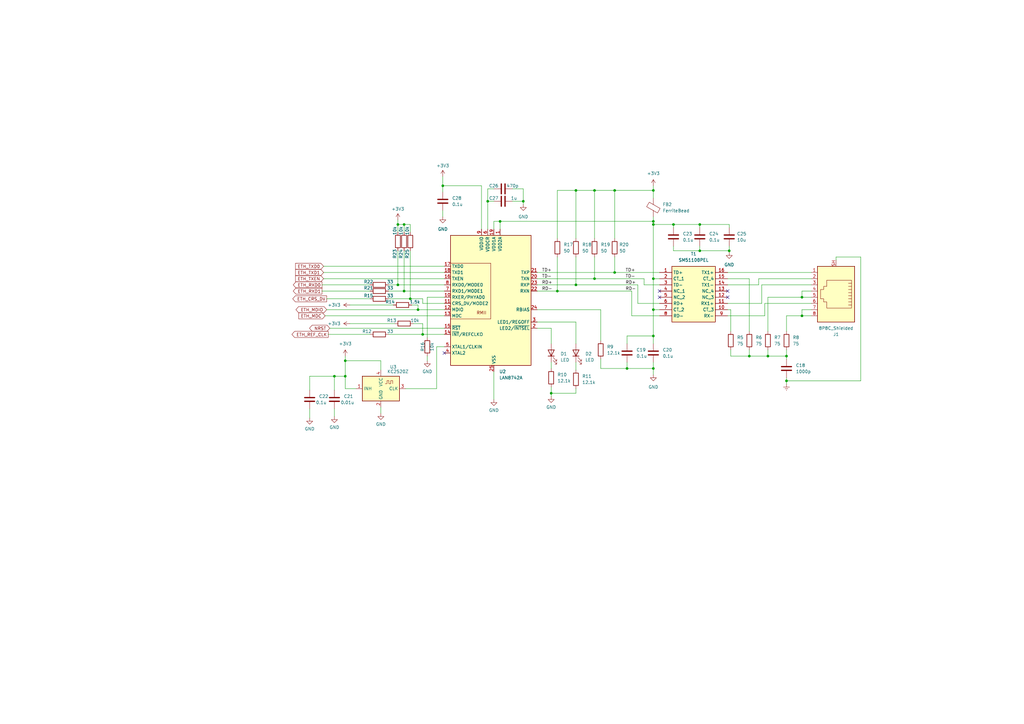
<source format=kicad_sch>
(kicad_sch (version 20231120) (generator "eeschema") (generator_version "8.0")
  (paper "A3")
  (lib_symbols
    (symbol "Connector:8P8C_Shielded" (pin_names (offset 1.016))
      (property "Reference" "J" (at -5.08 13.97 0))
      (property "Value" "8P8C_Shielded" (at 2.54 13.97 0))
      (symbol "8P8C_Shielded_0_1"
        (polyline (pts (xy -5.08 4.445) (xy -6.35 4.445)))
        (polyline (pts (xy -5.08 5.715) (xy -6.35 5.715)))
        (polyline (pts (xy -6.35 -3.175) (xy -5.08 -3.175) (xy -5.08 -3.175)))
        (polyline (pts (xy -6.35 -1.905) (xy -5.08 -1.905) (xy -5.08 -1.905)))
        (polyline (pts (xy -6.35 -0.635) (xy -5.08 -0.635) (xy -5.08 -0.635)))
        (polyline (pts (xy -6.35 0.635) (xy -5.08 0.635) (xy -5.08 0.635)))
        (polyline (pts (xy -6.35 1.905) (xy -5.08 1.905) (xy -5.08 1.905)))
        (polyline (pts (xy -5.08 3.175) (xy -6.35 3.175) (xy -6.35 3.175)))
        (polyline (pts (xy -6.35 -4.445) (xy -6.35 6.985) (xy 3.81 6.985) (xy 3.81 4.445) (xy 5.08 4.445) (xy 5.08 3.175) (xy 6.35 3.175) (xy 6.35 -0.635) (xy 5.08 -0.635) (xy 5.08 -1.905) (xy 3.81 -1.905) (xy 3.81 -4.445) (xy -6.35 -4.445) (xy -6.35 -4.445)))
        (rectangle (start 7.62 12.7) (end -7.62 -10.16) (stroke (width 0.254)) (fill (type background)))
      )
      (symbol "8P8C_Shielded_1_1"
        (pin passive line (at 10.16 -7.62 180) (length 2.54) (name "~") (number "1"))
        (pin passive line (at 10.16 -5.08 180) (length 2.54) (name "~") (number "2"))
        (pin passive line (at 10.16 -2.54 180) (length 2.54) (name "~") (number "3"))
        (pin passive line (at 10.16 0 180) (length 2.54) (name "~") (number "4"))
        (pin passive line (at 10.16 2.54 180) (length 2.54) (name "~") (number "5"))
        (pin passive line (at 10.16 5.08 180) (length 2.54) (name "~") (number "6"))
        (pin passive line (at 10.16 7.62 180) (length 2.54) (name "~") (number "7"))
        (pin passive line (at 10.16 10.16 180) (length 2.54) (name "~") (number "8"))
        (pin passive line (at 0 -12.7 90) (length 2.54) (name "~") (number "SH"))
      )
    )
    (symbol "Device:C" (pin_numbers hide) (pin_names (offset 0.254))
      (property "Reference" "C" (at 0.635 2.54 0))
      (property "Value" "C" (at 0.635 -2.54 0))
      (symbol "C_0_1"
        (polyline (pts (xy -2.032 -0.762) (xy 2.032 -0.762)) (stroke (width 0.508)))
        (polyline (pts (xy -2.032 0.762) (xy 2.032 0.762)) (stroke (width 0.508)))
      )
      (symbol "C_1_1"
        (pin passive line (at 0 3.81 270) (length 2.794) (name "~") (number "1"))
        (pin passive line (at 0 -3.81 90) (length 2.794) (name "~") (number "2"))
      )
    )
    (symbol "Device:FerriteBead" (pin_numbers hide) (pin_names (offset 0))
      (property "Reference" "FB" (at -3.81 0.635 90))
      (property "Value" "FerriteBead" (at 3.81 0 90))
      (symbol "FerriteBead_0_1"
        (polyline (pts (xy 0 -1.27) (xy 0 -1.2192)))
        (polyline (pts (xy 0 1.27) (xy 0 1.2954)))
        (polyline (pts (xy -2.7686 0.4064) (xy -1.7018 2.2606) (xy 2.7686 -0.3048) (xy 1.6764 -2.159) (xy -2.7686 0.4064)))
      )
      (symbol "FerriteBead_1_1"
        (pin passive line (at 0 3.81 270) (length 2.54) (name "~") (number "1"))
        (pin passive line (at 0 -3.81 90) (length 2.54) (name "~") (number "2"))
      )
    )
    (symbol "Device:LED" (pin_numbers hide) (pin_names (offset 1.016) hide)
      (property "Reference" "D" (at 0 2.54 0))
      (property "Value" "LED" (at 0 -2.54 0))
      (symbol "LED_0_1"
        (polyline (pts (xy -1.27 -1.27) (xy -1.27 1.27)) (stroke (width 0.254)))
        (polyline (pts (xy -1.27 0) (xy 1.27 0)))
        (polyline (pts (xy 1.27 -1.27) (xy 1.27 1.27) (xy -1.27 0) (xy 1.27 -1.27)) (stroke (width 0.254)))
        (polyline (pts (xy -3.048 -0.762) (xy -4.572 -2.286) (xy -3.81 -2.286) (xy -4.572 -2.286) (xy -4.572 -1.524)))
        (polyline (pts (xy -1.778 -0.762) (xy -3.302 -2.286) (xy -2.54 -2.286) (xy -3.302 -2.286) (xy -3.302 -1.524)))
      )
      (symbol "LED_1_1"
        (pin passive line (at -3.81 0 0) (length 2.54) (name "K") (number "1"))
        (pin passive line (at 3.81 0 180) (length 2.54) (name "A") (number "2"))
      )
    )
    (symbol "Device:R" (pin_numbers hide) (pin_names (offset 0))
      (property "Reference" "R" (at 2.032 0 90))
      (property "Value" "R" (at 0 0 90))
      (symbol "R_0_1"
        (rectangle (start -1.016 -2.54) (end 1.016 2.54) (stroke (width 0.254)))
      )
      (symbol "R_1_1"
        (pin passive line (at 0 3.81 270) (length 1.27) (name "~") (number "1"))
        (pin passive line (at 0 -3.81 90) (length 1.27) (name "~") (number "2"))
      )
    )
    (symbol "Interface_Ethernet:LAN8742A"
      (property "Reference" "U" (at -13.97 29.21 0))
      (property "Value" "LAN8742A" (at 15.24 29.21 0))
      (symbol "LAN8742A_0_0"
        (text "RMII" (at -5.08 -3.81 0) (effects (font (size 1.27 1.27))))
      )
      (symbol "LAN8742A_0_1"
        (rectangle (start -17.78 27.94) (end 15.24 -25.4) (stroke (width 0.254)) (fill (type background)))
        (polyline (pts (xy -17.78 -6.35) (xy -1.27 -6.35) (xy -1.27 16.51) (xy -17.78 16.51)))
      )
      (symbol "LAN8742A_1_1"
        (pin power_in line (at 2.54 30.48 270) (length 2.54) (name "VDD2A") (number "1"))
        (pin output line (at -20.32 2.54 0) (length 2.54) (name "RXER/PHYAD0") (number "10"))
        (pin bidirectional line (at -20.32 0 0) (length 2.54) (name "CRS_DV/MODE2") (number "11"))
        (pin bidirectional line (at -20.32 -2.54 0) (length 2.54) (name "MDIO") (number "12"))
        (pin input line (at -20.32 -5.08 0) (length 2.54) (name "MDC") (number "13"))
        (pin output line (at -20.32 -12.7 0) (length 2.54) (name "~{INT}/REFCLKO") (number "14"))
        (pin input line (at -20.32 -10.16 0) (length 2.54) (name "~{RST}") (number "15"))
        (pin input line (at -20.32 10.16 0) (length 2.54) (name "TXEN") (number "16"))
        (pin input line (at -20.32 15.24 0) (length 2.54) (name "TXD0") (number "17"))
        (pin input line (at -20.32 12.7 0) (length 2.54) (name "TXD1") (number "18"))
        (pin power_in line (at 0 30.48 270) (length 2.54) (name "VDD1A") (number "19"))
        (pin bidirectional line (at 17.78 -10.16 180) (length 2.54) (name "LED2/~{INTSEL}") (number "2"))
        (pin passive line (at 17.78 10.16 180) (length 2.54) (name "TXN") (number "20"))
        (pin passive line (at 17.78 12.7 180) (length 2.54) (name "TXP") (number "21"))
        (pin passive line (at 17.78 5.08 180) (length 2.54) (name "RXN") (number "22"))
        (pin passive line (at 17.78 7.62 180) (length 2.54) (name "RXP") (number "23"))
        (pin passive line (at 17.78 -2.54 180) (length 2.54) (name "RBIAS") (number "24"))
        (pin power_in line (at 0 -27.94 90) (length 2.54) (name "VSS") (number "25"))
        (pin bidirectional line (at 17.78 -7.62 180) (length 2.54) (name "LED1/REGOFF") (number "3"))
        (pin output line (at -20.32 -20.32 0) (length 2.54) (name "XTAL2") (number "4"))
        (pin input line (at -20.32 -17.78 0) (length 2.54) (name "XTAL1/CLKIN") (number "5"))
        (pin power_in line (at -2.54 30.48 270) (length 2.54) (name "VDDCR") (number "6"))
        (pin bidirectional line (at -20.32 5.08 0) (length 2.54) (name "RXD1/MODE1") (number "7"))
        (pin bidirectional line (at -20.32 7.62 0) (length 2.54) (name "RXD0/MODE0") (number "8"))
        (pin power_in line (at -5.08 30.48 270) (length 2.54) (name "VDDIO") (number "9"))
      )
    )
    (symbol "Mouser:SM51108PEL"
      (property "Reference" "T" (at 24.13 7.62 0))
      (property "Value" "SM51108PEL" (at 24.13 5.08 0))
      (symbol "SM51108PEL_1_1"
        (rectangle (start 5.08 2.54) (end 22.86 -20.32) (stroke (width 0.254)) (fill (type background)))
        (pin passive line (at 0 0 0) (length 5.08) (name "TD+") (number "1"))
        (pin passive line (at 27.94 -15.24 180) (length 5.08) (name "CT_3") (number "10"))
        (pin passive line (at 27.94 -12.7 180) (length 5.08) (name "RX1+") (number "11"))
        (pin passive line (at 27.94 -10.16 180) (length 5.08) (name "NC_3") (number "12"))
        (pin passive line (at 27.94 -7.62 180) (length 5.08) (name "NC_4") (number "13"))
        (pin passive line (at 27.94 -5.08 180) (length 5.08) (name "TX1-") (number "14"))
        (pin passive line (at 27.94 -2.54 180) (length 5.08) (name "CT_4") (number "15"))
        (pin passive line (at 27.94 0 180) (length 5.08) (name "TX1+") (number "16"))
        (pin passive line (at 0 -2.54 0) (length 5.08) (name "CT_1") (number "2"))
        (pin passive line (at 0 -5.08 0) (length 5.08) (name "TD-") (number "3"))
        (pin passive line (at 0 -7.62 0) (length 5.08) (name "NC_1") (number "4"))
        (pin passive line (at 0 -10.16 0) (length 5.08) (name "NC_2") (number "5"))
        (pin passive line (at 0 -12.7 0) (length 5.08) (name "RD+") (number "6"))
        (pin passive line (at 0 -15.24 0) (length 5.08) (name "CT_2") (number "7"))
        (pin passive line (at 0 -17.78 0) (length 5.08) (name "RD-") (number "8"))
        (pin passive line (at 27.94 -17.78 180) (length 5.08) (name "RX-") (number "9"))
      )
    )
    (symbol "Oscillator:KC2520Z"
      (property "Reference" "U" (at 2.54 12.7 0))
      (property "Value" "KC2520Z" (at 6.35 10.16 0))
      (symbol "KC2520Z_0_1"
        (rectangle (start -7.62 5.08) (end 7.62 -5.08) (stroke (width 0.254)) (fill (type background)))
      )
      (symbol "KC2520Z_1_1"
        (polyline (pts (xy 1.778 2.032) (xy 2.54 2.032) (xy 2.54 3.302) (xy 3.302 3.302) (xy 3.302 2.032) (xy 4.064 2.032) (xy 4.064 3.302) (xy 4.826 3.302) (xy 4.826 2.032)))
        (pin input line (at -10.16 0 0) (length 2.54) (name "INH") (number "1"))
        (pin power_in line (at 0 -7.62 90) (length 2.54) (name "GND") (number "2"))
        (pin output line (at 10.16 0 180) (length 2.54) (name "CLK") (number "3"))
        (pin power_in line (at 0 7.62 270) (length 2.54) (name "VCC") (number "4"))
      )
    )
    (symbol "power:+3V3" (power) (pin_names (offset 0))
      (property "Value" "+3V3" (at 0 3.556 0))
      (symbol "+3V3_0_1"
        (polyline (pts (xy -0.762 1.27) (xy 0 2.54)))
        (polyline (pts (xy 0 0) (xy 0 2.54)))
        (polyline (pts (xy 0 2.54) (xy 0.762 1.27)))
      )
      (symbol "+3V3_1_1"
        (pin power_in line (at 0 0 90) (length 0) hide (name "+3V3") (number "1"))
      )
    )
    (symbol "power:Earth" (power) (pin_names (offset 0))
      (symbol "Earth_0_1"
        (polyline (pts (xy -0.635 -1.905) (xy 0.635 -1.905)))
        (polyline (pts (xy -0.127 -2.54) (xy 0.127 -2.54)))
        (polyline (pts (xy 0 -1.27) (xy 0 0)))
        (polyline (pts (xy 1.27 -1.27) (xy -1.27 -1.27)))
      )
      (symbol "Earth_1_1"
        (pin power_in line (at 0 0 270) (length 0) hide (name "Earth") (number "1"))
      )
    )
    (symbol "power:GND" (power) (pin_names (offset 0))
      (property "Value" "GND" (at 0 -3.81 0))
      (symbol "GND_0_1"
        (polyline (pts (xy 0 0) (xy 0 -1.27) (xy 1.27 -1.27) (xy 0 -2.54) (xy -1.27 -1.27) (xy 0 -1.27)))
      )
      (symbol "GND_1_1"
        (pin power_in line (at 0 0 270) (length 0) hide (name "GND") (number "1"))
      )
    )
  )
  (junction (at 226.06 161.29))
  (junction (at 171.45 127))
  (junction (at 168.275 122.555))
  (junction (at 267.97 92.075))
  (junction (at 267.97 151.13))
  (junction (at 141.605 154.305))
  (junction (at 307.34 146.05))
  (junction (at 173.355 137.16))
  (junction (at 287.02 102.87))
  (junction (at 267.97 90.805))
  (junction (at 276.225 92.075))
  (junction (at 328.93 121.92))
  (junction (at 299.085 102.87))
  (junction (at 328.93 129.54))
  (junction (at 267.97 114.3))
  (junction (at 322.58 156.21))
  (junction (at 141.605 147.955))
  (junction (at 252.095 78.105))
  (junction (at 165.735 119.38))
  (junction (at 181.61 76.2))
  (junction (at 267.97 127))
  (junction (at 252.095 111.76))
  (junction (at 314.96 146.05))
  (junction (at 200.025 82.55))
  (junction (at 287.02 92.075))
  (junction (at 236.22 116.84))
  (junction (at 243.84 114.3))
  (junction (at 163.195 116.84))
  (junction (at 257.175 151.13))
  (junction (at 214.63 82.55))
  (junction (at 205.105 90.805))
  (junction (at 236.22 78.105))
  (junction (at 243.84 78.105))
  (junction (at 165.735 92.075))
  (junction (at 163.195 92.075))
  (junction (at 267.97 137.795))
  (junction (at 267.97 78.105))
  (junction (at 228.6 119.38))
  (junction (at 137.16 154.305))
  (junction (at 322.58 146.05))
  (no_connect (at 182.245 144.78))
  (no_connect (at 298.45 119.38))
  (no_connect (at 298.45 121.92))
  (no_connect (at 270.51 119.38))
  (no_connect (at 270.51 121.92))
  (wire (pts (xy 132.08 119.38) (xy 151.765 119.38)))
  (wire (pts (xy 299.085 92.075) (xy 287.02 92.075)))
  (wire (pts (xy 257.175 137.795) (xy 267.97 137.795)))
  (wire (pts (xy 165.735 92.075) (xy 163.195 92.075)))
  (wire (pts (xy 163.195 102.87) (xy 163.195 116.84)))
  (wire (pts (xy 276.225 92.075) (xy 267.97 92.075)))
  (wire (pts (xy 299.085 102.87) (xy 287.02 102.87)))
  (wire (pts (xy 220.345 134.62) (xy 226.06 134.62)))
  (wire (pts (xy 267.97 151.13) (xy 267.97 153.67)))
  (wire (pts (xy 171.45 127) (xy 182.245 127)))
  (wire (pts (xy 171.45 125.095) (xy 168.91 125.095)))
  (wire (pts (xy 299.085 100.965) (xy 299.085 102.87)))
  (wire (pts (xy 226.06 148.59) (xy 226.06 151.13)))
  (wire (pts (xy 267.97 137.795) (xy 267.97 140.97)))
  (wire (pts (xy 163.195 90.17) (xy 163.195 92.075)))
  (wire (pts (xy 171.45 125.095) (xy 171.45 127)))
  (wire (pts (xy 332.74 119.38) (xy 328.93 119.38)))
  (wire (pts (xy 261.62 124.46) (xy 261.62 116.84)))
  (wire (pts (xy 168.275 95.25) (xy 168.275 92.075)))
  (wire (pts (xy 134.62 137.16) (xy 151.765 137.16)))
  (wire (pts (xy 270.51 124.46) (xy 261.62 124.46)))
  (wire (pts (xy 202.565 90.805) (xy 205.105 90.805)))
  (wire (pts (xy 298.45 114.3) (xy 307.34 114.3)))
  (wire (pts (xy 141.605 159.385) (xy 141.605 154.305)))
  (wire (pts (xy 267.97 76.2) (xy 267.97 78.105)))
  (wire (pts (xy 270.51 129.54) (xy 259.08 129.54)))
  (wire (pts (xy 220.345 127) (xy 246.38 127)))
  (wire (pts (xy 342.9 106.68) (xy 342.9 105.41)))
  (wire (pts (xy 127 154.305) (xy 137.16 154.305)))
  (wire (pts (xy 156.21 147.955) (xy 156.21 151.765)))
  (wire (pts (xy 173.355 137.16) (xy 182.245 137.16)))
  (wire (pts (xy 236.22 97.79) (xy 236.22 78.105)))
  (wire (pts (xy 311.15 114.3) (xy 332.74 114.3)))
  (wire (pts (xy 276.225 92.075) (xy 276.225 93.345)))
  (wire (pts (xy 236.22 132.08) (xy 236.22 140.97)))
  (wire (pts (xy 135.255 134.62) (xy 182.245 134.62)))
  (wire (pts (xy 159.385 119.38) (xy 165.735 119.38)))
  (wire (pts (xy 322.58 129.54) (xy 322.58 135.89)))
  (wire (pts (xy 313.69 124.46) (xy 332.74 124.46)))
  (wire (pts (xy 267.97 78.105) (xy 267.97 81.28)))
  (wire (pts (xy 179.07 159.385) (xy 179.07 142.24)))
  (wire (pts (xy 307.34 143.51) (xy 307.34 146.05)))
  (wire (pts (xy 322.58 143.51) (xy 322.58 146.05)))
  (wire (pts (xy 353.06 105.41) (xy 353.06 156.21)))
  (wire (pts (xy 328.93 127) (xy 328.93 129.54)))
  (wire (pts (xy 267.97 127) (xy 270.51 127)))
  (wire (pts (xy 267.97 88.9) (xy 267.97 90.805)))
  (wire (pts (xy 165.735 119.38) (xy 182.245 119.38)))
  (wire (pts (xy 133.35 129.54) (xy 182.245 129.54)))
  (wire (pts (xy 299.72 143.51) (xy 299.72 146.05)))
  (wire (pts (xy 267.97 114.3) (xy 267.97 127)))
  (wire (pts (xy 267.97 92.075) (xy 267.97 114.3)))
  (wire (pts (xy 137.16 154.305) (xy 141.605 154.305)))
  (wire (pts (xy 175.26 121.92) (xy 182.245 121.92)))
  (wire (pts (xy 226.06 134.62) (xy 226.06 140.97)))
  (wire (pts (xy 287.02 92.075) (xy 287.02 93.345)))
  (wire (pts (xy 287.02 92.075) (xy 276.225 92.075)))
  (wire (pts (xy 287.02 102.87) (xy 287.02 100.965)))
  (wire (pts (xy 168.275 122.555) (xy 173.355 122.555)))
  (wire (pts (xy 298.45 127) (xy 299.72 127)))
  (wire (pts (xy 328.93 129.54) (xy 322.58 129.54)))
  (wire (pts (xy 259.08 119.38) (xy 228.6 119.38)))
  (wire (pts (xy 257.175 151.13) (xy 267.97 151.13)))
  (wire (pts (xy 314.96 146.05) (xy 322.58 146.05)))
  (wire (pts (xy 226.06 161.29) (xy 226.06 162.56)))
  (wire (pts (xy 353.06 156.21) (xy 322.58 156.21)))
  (wire (pts (xy 141.605 154.305) (xy 141.605 147.955)))
  (wire (pts (xy 299.085 93.345) (xy 299.085 92.075)))
  (wire (pts (xy 299.72 127) (xy 299.72 135.89)))
  (wire (pts (xy 243.84 114.3) (xy 264.16 114.3)))
  (wire (pts (xy 214.63 82.55) (xy 214.63 83.82)))
  (wire (pts (xy 169.545 132.715) (xy 173.355 132.715)))
  (wire (pts (xy 143.51 132.715) (xy 161.925 132.715)))
  (wire (pts (xy 175.26 146.05) (xy 175.26 147.955)))
  (wire (pts (xy 314.96 135.89) (xy 314.96 121.92)))
  (wire (pts (xy 202.565 93.98) (xy 202.565 90.805)))
  (wire (pts (xy 175.26 138.43) (xy 175.26 121.92)))
  (wire (pts (xy 210.185 82.55) (xy 214.63 82.55)))
  (wire (pts (xy 228.6 78.105) (xy 236.22 78.105)))
  (wire (pts (xy 197.485 76.2) (xy 197.485 93.98)))
  (wire (pts (xy 163.195 92.075) (xy 163.195 95.25)))
  (wire (pts (xy 257.175 148.59) (xy 257.175 151.13)))
  (wire (pts (xy 252.095 105.41) (xy 252.095 111.76)))
  (wire (pts (xy 298.45 116.84) (xy 311.15 116.84)))
  (wire (pts (xy 200.025 82.55) (xy 200.025 77.47)))
  (wire (pts (xy 252.095 97.79) (xy 252.095 78.105)))
  (wire (pts (xy 243.84 105.41) (xy 243.84 114.3)))
  (wire (pts (xy 243.84 97.79) (xy 243.84 78.105)))
  (wire (pts (xy 133.985 127) (xy 171.45 127)))
  (wire (pts (xy 181.61 72.39) (xy 181.61 76.2)))
  (wire (pts (xy 312.42 116.84) (xy 332.74 116.84)))
  (wire (pts (xy 322.58 146.05) (xy 322.58 147.32)))
  (wire (pts (xy 173.355 122.555) (xy 173.355 124.46)))
  (wire (pts (xy 267.97 127) (xy 267.97 137.795)))
  (wire (pts (xy 252.095 78.105) (xy 267.97 78.105)))
  (wire (pts (xy 313.69 129.54) (xy 313.69 124.46)))
  (wire (pts (xy 236.22 116.84) (xy 220.345 116.84)))
  (wire (pts (xy 127 160.02) (xy 127 154.305)))
  (wire (pts (xy 270.51 116.84) (xy 264.16 116.84)))
  (wire (pts (xy 205.105 90.805) (xy 267.97 90.805)))
  (wire (pts (xy 228.6 119.38) (xy 220.345 119.38)))
  (wire (pts (xy 299.72 146.05) (xy 307.34 146.05)))
  (wire (pts (xy 259.08 129.54) (xy 259.08 119.38)))
  (wire (pts (xy 261.62 116.84) (xy 236.22 116.84)))
  (wire (pts (xy 132.715 114.3) (xy 182.245 114.3)))
  (wire (pts (xy 133.985 122.555) (xy 151.765 122.555)))
  (wire (pts (xy 264.16 116.84) (xy 264.16 114.3)))
  (wire (pts (xy 132.715 111.76) (xy 182.245 111.76)))
  (wire (pts (xy 173.355 132.715) (xy 173.355 137.16)))
  (wire (pts (xy 314.96 121.92) (xy 328.93 121.92)))
  (wire (pts (xy 141.605 147.955) (xy 156.21 147.955)))
  (wire (pts (xy 220.345 132.08) (xy 236.22 132.08)))
  (wire (pts (xy 181.61 76.2) (xy 197.485 76.2)))
  (wire (pts (xy 220.345 114.3) (xy 243.84 114.3)))
  (wire (pts (xy 236.22 159.385) (xy 236.22 161.29)))
  (wire (pts (xy 168.275 92.075) (xy 165.735 92.075)))
  (wire (pts (xy 220.345 111.76) (xy 252.095 111.76)))
  (wire (pts (xy 314.96 143.51) (xy 314.96 146.05)))
  (wire (pts (xy 243.84 78.105) (xy 252.095 78.105)))
  (wire (pts (xy 299.085 102.87) (xy 299.085 103.505)))
  (wire (pts (xy 228.6 97.79) (xy 228.6 78.105)))
  (wire (pts (xy 236.22 78.105) (xy 243.84 78.105)))
  (wire (pts (xy 202.565 163.83) (xy 202.565 152.4)))
  (wire (pts (xy 137.16 167.64) (xy 137.16 170.815)))
  (wire (pts (xy 312.42 124.46) (xy 312.42 116.84)))
  (wire (pts (xy 298.45 124.46) (xy 312.42 124.46)))
  (wire (pts (xy 322.58 156.21) (xy 322.58 157.48)))
  (wire (pts (xy 236.22 105.41) (xy 236.22 116.84)))
  (wire (pts (xy 156.21 167.005) (xy 156.21 169.545)))
  (wire (pts (xy 307.34 114.3) (xy 307.34 135.89)))
  (wire (pts (xy 143.51 125.095) (xy 161.29 125.095)))
  (wire (pts (xy 276.225 100.965) (xy 276.225 102.87)))
  (wire (pts (xy 181.61 76.2) (xy 181.61 78.74)))
  (wire (pts (xy 132.715 109.22) (xy 182.245 109.22)))
  (wire (pts (xy 159.385 137.16) (xy 173.355 137.16)))
  (wire (pts (xy 165.735 92.075) (xy 165.735 95.25)))
  (wire (pts (xy 200.025 77.47) (xy 202.565 77.47)))
  (wire (pts (xy 332.74 129.54) (xy 328.93 129.54)))
  (wire (pts (xy 246.38 151.13) (xy 257.175 151.13)))
  (wire (pts (xy 322.58 154.94) (xy 322.58 156.21)))
  (wire (pts (xy 287.02 102.87) (xy 276.225 102.87)))
  (wire (pts (xy 236.22 161.29) (xy 226.06 161.29)))
  (wire (pts (xy 328.93 119.38) (xy 328.93 121.92)))
  (wire (pts (xy 173.355 124.46) (xy 182.245 124.46)))
  (wire (pts (xy 165.735 102.87) (xy 165.735 119.38)))
  (wire (pts (xy 311.15 116.84) (xy 311.15 114.3)))
  (wire (pts (xy 159.385 116.84) (xy 163.195 116.84)))
  (wire (pts (xy 127 167.64) (xy 127 171.45)))
  (wire (pts (xy 228.6 105.41) (xy 228.6 119.38)))
  (wire (pts (xy 214.63 77.47) (xy 214.63 82.55)))
  (wire (pts (xy 166.37 159.385) (xy 179.07 159.385)))
  (wire (pts (xy 332.74 127) (xy 328.93 127)))
  (wire (pts (xy 132.08 116.84) (xy 151.765 116.84)))
  (wire (pts (xy 200.025 82.55) (xy 202.565 82.55)))
  (wire (pts (xy 205.105 90.805) (xy 205.105 93.98)))
  (wire (pts (xy 146.05 159.385) (xy 141.605 159.385)))
  (wire (pts (xy 270.51 114.3) (xy 267.97 114.3)))
  (wire (pts (xy 200.025 82.55) (xy 200.025 93.98)))
  (wire (pts (xy 342.9 105.41) (xy 353.06 105.41)))
  (wire (pts (xy 246.38 127) (xy 246.38 139.7)))
  (wire (pts (xy 267.97 148.59) (xy 267.97 151.13)))
  (wire (pts (xy 159.385 122.555) (xy 168.275 122.555)))
  (wire (pts (xy 236.22 148.59) (xy 236.22 151.765)))
  (wire (pts (xy 246.38 147.32) (xy 246.38 151.13)))
  (wire (pts (xy 298.45 129.54) (xy 313.69 129.54)))
  (wire (pts (xy 181.61 88.9) (xy 181.61 86.36)))
  (wire (pts (xy 328.93 121.92) (xy 332.74 121.92)))
  (wire (pts (xy 252.095 111.76) (xy 270.51 111.76)))
  (wire (pts (xy 179.07 142.24) (xy 182.245 142.24)))
  (wire (pts (xy 210.185 77.47) (xy 214.63 77.47)))
  (wire (pts (xy 137.16 160.02) (xy 137.16 154.305)))
  (wire (pts (xy 267.97 90.805) (xy 267.97 92.075)))
  (wire (pts (xy 141.605 146.05) (xy 141.605 147.955)))
  (wire (pts (xy 168.275 102.87) (xy 168.275 122.555)))
  (wire (pts (xy 226.06 158.75) (xy 226.06 161.29)))
  (wire (pts (xy 298.45 111.76) (xy 332.74 111.76)))
  (wire (pts (xy 257.175 140.97) (xy 257.175 137.795)))
  (wire (pts (xy 307.34 146.05) (xy 314.96 146.05)))
  (wire (pts (xy 163.195 116.84) (xy 182.245 116.84)))
  (label "TD-" (at 256.54 114.3 0))
  (label "TD-" (at 222.25 114.3 0))
  (label "TD+" (at 256.54 111.76 0))
  (label "TD+" (at 222.25 111.76 0))
  (label "RD+" (at 222.25 116.84 0))
  (label "RD+" (at 256.54 116.84 0))
  (label "RD-" (at 256.54 119.38 0))
  (label "RD-" (at 222.25 119.38 0))
  (global_label "ETH_TXEN" (shape input) (at 132.715 114.3 180) (property "Intersheetrefs" "${INTERSHEET_REFS}" (effects (hide yes))))
  (global_label "ETH_MDIO" (shape bidirectional) (at 133.985 127 180) (property "Intersheetrefs" "${INTERSHEET_REFS}" (effects (hide yes))))
  (global_label "ETH_RXD0" (shape output) (at 132.08 116.84 180) (property "Intersheetrefs" "${INTERSHEET_REFS}" (effects (hide yes))))
  (global_label "ETH_MDC" (shape input) (at 133.35 129.54 180) (property "Intersheetrefs" "${INTERSHEET_REFS}" (effects (hide yes))))
  (global_label "ETH_TXD0" (shape input) (at 132.715 109.22 180) (property "Intersheetrefs" "${INTERSHEET_REFS}" (effects (hide yes))))
  (global_label "NRST" (shape bidirectional) (at 135.255 134.62 180) (property "Intersheetrefs" "${INTERSHEET_REFS}" (effects (hide yes))))
  (global_label "ETH_REF_CLK" (shape output) (at 134.62 137.16 180) (property "Intersheetrefs" "${INTERSHEET_REFS}" (effects (hide yes))))
  (global_label "ETH_TXD1" (shape input) (at 132.715 111.76 180) (property "Intersheetrefs" "${INTERSHEET_REFS}" (effects (hide yes))))
  (global_label "ETH_CRS_DV" (shape output) (at 133.985 122.555 180) (property "Intersheetrefs" "${INTERSHEET_REFS}" (effects (hide yes))))
  (global_label "ETH_RXD1" (shape output) (at 132.08 119.38 180) (property "Intersheetrefs" "${INTERSHEET_REFS}" (effects (hide yes))))
  (symbol (lib_id "Device:R") (at 246.38 143.51 0) (unit 1)
    (property "Reference" "R9" (at 248.92 142.24 0) (effects (justify left)))
    (property "Value" "12.1k" (at 248.92 144.78 0) (effects (justify left)))
    (property "Footprint" "Resistor_SMD:R_0603_1608Metric_Pad0.98x0.95mm_HandSolder" (effects (hide yes)))
  )
  (symbol (lib_id "power:Earth") (at 322.58 157.48 0) (unit 1)
    (property "Reference" "#PWR019" (effects (hide yes)))
    (property "Value" "Earth" (effects (hide yes)))
  )
  (symbol (lib_id "Device:R") (at 155.575 119.38 90) (unit 1)
    (property "Reference" "R21" (at 151.13 118.11 90))
    (property "Value" "33" (at 160.02 118.11 90))
    (property "Footprint" "Resistor_SMD:R_0603_1608Metric_Pad0.98x0.95mm_HandSolder" (effects (hide yes)))
  )
  (symbol (lib_id "Device:R") (at 165.735 99.06 180) (unit 1)
    (property "Reference" "R24" (at 164.465 104.14 90))
    (property "Value" "10k" (at 164.465 94.615 90))
    (property "Footprint" "Resistor_SMD:R_0603_1608Metric_Pad0.98x0.95mm_HandSolder" (effects (hide yes)))
  )
  (symbol (lib_id "Device:R") (at 175.26 142.24 180) (unit 1)
    (property "Reference" "R16" (at 173.355 142.24 90))
    (property "Value" "10k" (at 177.165 142.24 90))
    (property "Footprint" "Resistor_SMD:R_0603_1608Metric_Pad0.98x0.95mm_HandSolder" (effects (hide yes)))
  )
  (symbol (lib_id "power:GND") (at 299.085 103.505 0) (unit 1)
    (property "Reference" "#PWR032" (effects (hide yes)))
    (property "Value" "GND" (at 299.085 108.585 0))
  )
  (symbol (lib_id "power:+3V3") (at 267.97 76.2 0) (unit 1)
    (property "Reference" "#PWR024" (effects (hide yes)))
    (property "Value" "+3V3" (at 267.97 71.12 0))
  )
  (symbol (lib_id "Device:R") (at 299.72 139.7 0) (unit 1)
    (property "Reference" "R5" (at 302.26 138.43 0) (effects (justify left)))
    (property "Value" "75" (at 302.26 140.97 0) (effects (justify left)))
    (property "Footprint" "Resistor_SMD:R_0603_1608Metric_Pad0.98x0.95mm_HandSolder" (effects (hide yes)))
  )
  (symbol (lib_id "Device:FerriteBead") (at 267.97 85.09 180) (unit 1)
    (property "Reference" "FB2" (at 271.78 83.8708 0) (effects (justify right)))
    (property "Value" "FerriteBead" (at 271.78 86.4108 0) (effects (justify right)))
    (property "Footprint" "Inductor_SMD:L_0603_1608Metric_Pad1.05x0.95mm_HandSolder" (effects (hide yes)))
  )
  (symbol (lib_id "Device:R") (at 314.96 139.7 0) (unit 1)
    (property "Reference" "R7" (at 317.5 138.43 0) (effects (justify left)))
    (property "Value" "75" (at 317.5 140.97 0) (effects (justify left)))
    (property "Footprint" "Resistor_SMD:R_0603_1608Metric_Pad0.98x0.95mm_HandSolder" (effects (hide yes)))
  )
  (symbol (lib_id "Device:LED") (at 236.22 144.78 90) (unit 1)
    (property "Reference" "D2" (at 240.03 145.0974 90) (effects (justify right)))
    (property "Value" "LED" (at 240.03 147.6374 90) (effects (justify right)))
    (property "Footprint" "LED_SMD:LED_0603_1608Metric_Pad1.05x0.95mm_HandSolder" (effects (hide yes)))
    (property "Description" "Light emitting diode" (effects (hide yes)))
  )
  (symbol (lib_id "power:GND") (at 226.06 162.56 0) (unit 1)
    (property "Reference" "#PWR021" (effects (hide yes)))
    (property "Value" "GND" (at 226.06 167.005 0))
  )
  (symbol (lib_id "power:+3V3") (at 163.195 90.17 0) (unit 1)
    (property "Reference" "#PWR031" (effects (hide yes)))
    (property "Value" "+3V3" (at 163.195 85.725 0))
  )
  (symbol (lib_id "Device:R") (at 322.58 139.7 0) (unit 1)
    (property "Reference" "R8" (at 325.12 138.43 0) (effects (justify left)))
    (property "Value" "75" (at 325.12 140.97 0) (effects (justify left)))
    (property "Footprint" "Resistor_SMD:R_0603_1608Metric_Pad0.98x0.95mm_HandSolder" (effects (hide yes)))
  )
  (symbol (lib_id "power:GND") (at 127 171.45 0) (unit 1)
    (property "Reference" "#PWR027" (effects (hide yes)))
    (property "Value" "GND" (at 127 175.895 0))
  )
  (symbol (lib_id "Device:C") (at 137.16 163.83 0) (unit 1)
    (property "Reference" "C21" (at 140.97 162.56 0) (effects (justify left)))
    (property "Value" "0.01u" (at 139.7 165.1 0) (effects (justify left)))
    (property "Footprint" "Capacitor_SMD:C_0603_1608Metric_Pad1.08x0.95mm_HandSolder" (effects (hide yes)))
  )
  (symbol (lib_id "Device:R") (at 163.195 99.06 180) (unit 1)
    (property "Reference" "R23" (at 161.925 104.14 90))
    (property "Value" "10k" (at 161.925 94.615 90))
    (property "Footprint" "Resistor_SMD:R_0603_1608Metric_Pad0.98x0.95mm_HandSolder" (effects (hide yes)))
  )
  (symbol (lib_id "Device:R") (at 236.22 101.6 0) (unit 1)
    (property "Reference" "R18" (at 238.76 100.33 0) (effects (justify left)))
    (property "Value" "50" (at 238.76 102.87 0) (effects (justify left)))
    (property "Footprint" "Resistor_SMD:R_0603_1608Metric_Pad0.98x0.95mm_HandSolder" (effects (hide yes)))
  )
  (symbol (lib_id "Device:C") (at 276.225 97.155 0) (unit 1)
    (property "Reference" "C23" (at 280.035 95.885 0) (effects (justify left)))
    (property "Value" "0.1u" (at 280.035 98.425 0) (effects (justify left)))
    (property "Footprint" "Capacitor_SMD:C_0603_1608Metric_Pad1.08x0.95mm_HandSolder" (effects (hide yes)))
  )
  (symbol (lib_id "Connector:8P8C_Shielded") (at 342.9 119.38 180) (unit 1)
    (property "Reference" "J1" (at 342.9 137.16 0))
    (property "Value" "8P8C_Shielded" (at 342.9 134.62 0))
    (property "Footprint" "Connector_RJ:RJ45_Amphenol_RJHSE5380" (effects (hide yes)))
    (property "Description" "RJ connector, 8P8C (8 positions 8 connected), RJ31/RJ32/RJ33/RJ34/RJ35/RJ41/RJ45/RJ49/RJ61, Shielded" (effects (hide yes)))
  )
  (symbol (lib_id "Device:C") (at 127 163.83 0) (unit 1)
    (property "Reference" "C22" (at 130.81 162.56 0) (effects (justify left)))
    (property "Value" "0.1u" (at 129.54 165.1 0) (effects (justify left)))
    (property "Footprint" "Capacitor_SMD:C_0603_1608Metric_Pad1.08x0.95mm_HandSolder" (effects (hide yes)))
  )
  (symbol (lib_id "power:+3V3") (at 143.51 125.095 90) (unit 1)
    (property "Reference" "#PWR029" (effects (hide yes)))
    (property "Value" "+3V3" (at 139.7 125.095 90) (effects (justify left)))
  )
  (symbol (lib_id "Device:LED") (at 226.06 144.78 90) (unit 1)
    (property "Reference" "D1" (at 229.87 145.0974 90) (effects (justify right)))
    (property "Value" "LED" (at 229.87 147.6374 90) (effects (justify right)))
    (property "Footprint" "LED_SMD:LED_0603_1608Metric_Pad1.05x0.95mm_HandSolder" (effects (hide yes)))
    (property "Description" "Light emitting diode" (effects (hide yes)))
  )
  (symbol (lib_id "power:GND") (at 202.565 163.83 0) (unit 1)
    (property "Reference" "#PWR022" (effects (hide yes)))
    (property "Value" "GND" (at 202.565 168.275 0))
  )
  (symbol (lib_id "Device:R") (at 165.1 125.095 90) (unit 1)
    (property "Reference" "R14" (at 160.02 123.825 90))
    (property "Value" "1.5k" (at 170.18 123.825 90))
    (property "Footprint" "Resistor_SMD:R_0603_1608Metric_Pad0.98x0.95mm_HandSolder" (effects (hide yes)))
  )
  (symbol (lib_id "power:GND") (at 267.97 153.67 0) (unit 1)
    (property "Reference" "#PWR020" (effects (hide yes)))
    (property "Value" "GND" (at 267.97 158.75 0))
  )
  (symbol (lib_id "Device:R") (at 252.095 101.6 0) (unit 1)
    (property "Reference" "R20" (at 254 100.33 0) (effects (justify left)))
    (property "Value" "50" (at 254 102.87 0) (effects (justify left)))
    (property "Footprint" "Resistor_SMD:R_0603_1608Metric_Pad0.98x0.95mm_HandSolder" (effects (hide yes)))
  )
  (symbol (lib_id "Device:R") (at 228.6 101.6 0) (unit 1)
    (property "Reference" "R17" (at 231.14 100.33 0) (effects (justify left)))
    (property "Value" "50" (at 231.14 102.87 0) (effects (justify left)))
    (property "Footprint" "Resistor_SMD:R_0603_1608Metric_Pad0.98x0.95mm_HandSolder" (effects (hide yes)))
  )
  (symbol (lib_id "Device:R") (at 155.575 137.16 90) (unit 1)
    (property "Reference" "R12" (at 150.495 135.89 90))
    (property "Value" "33" (at 160.02 135.89 90))
    (property "Footprint" "Resistor_SMD:R_0603_1608Metric_Pad0.98x0.95mm_HandSolder" (effects (hide yes)))
  )
  (symbol (lib_id "power:+3V3") (at 143.51 132.715 90) (unit 1)
    (property "Reference" "#PWR030" (effects (hide yes)))
    (property "Value" "+3V3" (at 139.7 132.715 90) (effects (justify left)))
  )
  (symbol (lib_id "Device:R") (at 168.275 99.06 180) (unit 1)
    (property "Reference" "R25" (at 167.005 104.14 90))
    (property "Value" "10k" (at 167.005 94.615 90))
    (property "Footprint" "Resistor_SMD:R_0603_1608Metric_Pad0.98x0.95mm_HandSolder" (effects (hide yes)))
  )
  (symbol (lib_id "Device:R") (at 165.735 132.715 90) (unit 1)
    (property "Reference" "R13" (at 160.655 131.445 90))
    (property "Value" "10k" (at 170.18 131.445 90))
    (property "Footprint" "Resistor_SMD:R_0603_1608Metric_Pad0.98x0.95mm_HandSolder" (effects (hide yes)))
  )
  (symbol (lib_id "power:GND") (at 181.61 88.9 0) (unit 1)
    (property "Reference" "#PWR034" (effects (hide yes)))
    (property "Value" "GND" (at 181.61 93.98 0))
  )
  (symbol (lib_id "Device:C") (at 322.58 151.13 0) (unit 1)
    (property "Reference" "C18" (at 326.39 149.86 0) (effects (justify left)))
    (property "Value" "1000p" (at 326.39 152.4 0) (effects (justify left)))
    (property "Footprint" "Capacitor_SMD:C_1206_3216Metric_Pad1.33x1.80mm_HandSolder" (effects (hide yes)))
  )
  (symbol (lib_id "power:GND") (at 214.63 83.82 0) (unit 1)
    (property "Reference" "#PWR033" (effects (hide yes)))
    (property "Value" "GND" (at 214.63 88.9 0))
  )
  (symbol (lib_id "Device:R") (at 307.34 139.7 0) (unit 1)
    (property "Reference" "R6" (at 309.88 138.43 0) (effects (justify left)))
    (property "Value" "75" (at 309.88 140.97 0) (effects (justify left)))
    (property "Footprint" "Resistor_SMD:R_0603_1608Metric_Pad0.98x0.95mm_HandSolder" (effects (hide yes)))
  )
  (symbol (lib_id "power:GND") (at 137.16 170.815 0) (unit 1)
    (property "Reference" "#PWR026" (effects (hide yes)))
    (property "Value" "GND" (at 137.16 175.26 0))
  )
  (symbol (lib_id "Device:C") (at 206.375 77.47 90) (unit 1)
    (property "Reference" "C26" (at 204.47 76.2 90) (effects (justify left)))
    (property "Value" "470p" (at 212.725 76.2 90) (effects (justify left)))
    (property "Footprint" "Capacitor_SMD:C_0603_1608Metric_Pad1.08x0.95mm_HandSolder" (effects (hide yes)))
  )
  (symbol (lib_id "Device:R") (at 236.22 155.575 0) (unit 1)
    (property "Reference" "R11" (at 238.76 154.305 0) (effects (justify left)))
    (property "Value" "12.1k" (at 238.76 156.845 0) (effects (justify left)))
    (property "Footprint" "Resistor_SMD:R_0603_1608Metric_Pad0.98x0.95mm_HandSolder" (effects (hide yes)))
  )
  (symbol (lib_id "Device:C") (at 257.175 144.78 0) (unit 1)
    (property "Reference" "C19" (at 260.985 143.51 0) (effects (justify left)))
    (property "Value" "0.1u" (at 260.985 146.05 0) (effects (justify left)))
    (property "Footprint" "Capacitor_SMD:C_0603_1608Metric_Pad1.08x0.95mm_HandSolder" (effects (hide yes)))
  )
  (symbol (lib_id "Device:C") (at 206.375 82.55 90) (unit 1)
    (property "Reference" "C27" (at 204.47 81.28 90) (effects (justify left)))
    (property "Value" "1u" (at 212.09 81.28 90) (effects (justify left)))
    (property "Footprint" "Capacitor_SMD:C_0603_1608Metric_Pad1.08x0.95mm_HandSolder" (effects (hide yes)))
  )
  (symbol (lib_id "Device:C") (at 181.61 82.55 0) (unit 1)
    (property "Reference" "C28" (at 185.42 81.2799 0) (effects (justify left)))
    (property "Value" "0.1u" (at 185.42 83.8199 0) (effects (justify left)))
    (property "Footprint" "Capacitor_SMD:C_0402_1005Metric_Pad0.74x0.62mm_HandSolder" (effects (hide yes)))
    (property "Description" "Unpolarized capacitor" (effects (hide yes)))
  )
  (symbol (lib_id "Mouser:SM51108PEL") (at 270.51 111.76 0) (unit 1)
    (property "Reference" "T1" (at 284.48 104.14 0))
    (property "Value" "SM51108PEL" (at 284.48 106.68 0))
    (property "Footprint" "SOIC127P930X590-16N" (effects (hide yes)))
    (property "Datasheet" "https://www.bourns.com/docs/Product-Datasheets/SM51108PEL.pdf" (effects (hide yes)))
    (property "Height" "5.9" (effects (hide yes)))
    (property "Mouser Part Number" "652-SM51108PEL" (effects (hide yes)))
    (property "Mouser Price/Stock" "https://www.mouser.co.uk/ProductDetail/Bourns/SM51108PEL?qs=xr7y9OPABx2rUQMpC52xYQ%3D%3D" (effects (hide yes)))
    (property "Manufacturer_Name" "Bourns" (effects (hide yes)))
    (property "Manufacturer_Part_Number" "SM51108PEL" (effects (hide yes)))
  )
  (symbol (lib_id "Device:C") (at 267.97 144.78 0) (unit 1)
    (property "Reference" "C20" (at 271.78 143.51 0) (effects (justify left)))
    (property "Value" "0.1u" (at 271.78 146.05 0) (effects (justify left)))
    (property "Footprint" "Capacitor_SMD:C_0603_1608Metric_Pad1.08x0.95mm_HandSolder" (effects (hide yes)))
  )
  (symbol (lib_id "power:GND") (at 156.21 169.545 0) (unit 1)
    (property "Reference" "#PWR023" (effects (hide yes)))
    (property "Value" "GND" (at 156.21 173.99 0))
  )
  (symbol (lib_id "Interface_Ethernet:LAN8742A") (at 202.565 124.46 0) (unit 1)
    (property "Reference" "U2" (at 204.7591 152.4 0) (effects (justify left)))
    (property "Value" "LAN8742A" (at 204.7591 154.94 0) (effects (justify left)))
    (property "Footprint" "Package_DFN_QFN:VQFN-24-1EP_4x4mm_P0.5mm_EP2.45x2.45mm" (effects (hide yes)))
    (property "Datasheet" "http://ww1.microchip.com/downloads/en/DeviceDoc/8742a.pdf" (effects (hide yes)))
  )
  (symbol (lib_id "Device:C") (at 299.085 97.155 0) (unit 1)
    (property "Reference" "C25" (at 302.26 95.885 0) (effects (justify left)))
    (property "Value" "10u" (at 302.26 98.425 0) (effects (justify left)))
    (property "Footprint" "Capacitor_SMD:C_1206_3216Metric_Pad1.33x1.80mm_HandSolder" (effects (hide yes)))
  )
  (symbol (lib_id "Device:R") (at 155.575 122.555 90) (unit 1)
    (property "Reference" "R15" (at 151.13 121.285 90))
    (property "Value" "33" (at 160.02 121.285 90))
    (property "Footprint" "Resistor_SMD:R_0603_1608Metric_Pad0.98x0.95mm_HandSolder" (effects (hide yes)))
  )
  (symbol (lib_id "power:+3V3") (at 181.61 72.39 0) (unit 1)
    (property "Reference" "#PWR035" (effects (hide yes)))
    (property "Value" "+3V3" (at 181.61 67.945 0))
  )
  (symbol (lib_id "Device:R") (at 226.06 154.94 0) (unit 1)
    (property "Reference" "R10" (at 228.6 153.67 0) (effects (justify left)))
    (property "Value" "12.1k" (at 228.6 156.21 0) (effects (justify left)))
    (property "Footprint" "Resistor_SMD:R_0603_1608Metric_Pad0.98x0.95mm_HandSolder" (effects (hide yes)))
  )
  (symbol (lib_id "Device:C") (at 287.02 97.155 0) (unit 1)
    (property "Reference" "C24" (at 290.83 95.885 0) (effects (justify left)))
    (property "Value" "0.1u" (at 290.83 98.425 0) (effects (justify left)))
    (property "Footprint" "Capacitor_SMD:C_0603_1608Metric_Pad1.08x0.95mm_HandSolder" (effects (hide yes)))
  )
  (symbol (lib_id "Device:R") (at 243.84 101.6 0) (unit 1)
    (property "Reference" "R19" (at 246.38 100.33 0) (effects (justify left)))
    (property "Value" "50" (at 246.38 102.87 0) (effects (justify left)))
    (property "Footprint" "Resistor_SMD:R_0603_1608Metric_Pad0.98x0.95mm_HandSolder" (effects (hide yes)))
  )
  (symbol (lib_id "power:GND") (at 175.26 147.955 0) (unit 1)
    (property "Reference" "#PWR028" (effects (hide yes)))
    (property "Value" "GND" (at 175.26 152.4 0))
  )
  (symbol (lib_id "Oscillator:KC2520Z") (at 156.21 159.385 0) (unit 1)
    (property "Reference" "U3" (at 161.29 150.495 0))
    (property "Value" "KC2520Z" (at 163.195 152.4 0))
    (property "Footprint" "Oscillator:Oscillator_SMD_Kyocera_KC2520Z-4Pin_2.5x2.0mm" (effects (hide yes)))
    (property "Datasheet" "https://global.kyocera.com/prdct/electro/product/pdf/clock_z_xz_e.pdf" (effects (hide yes)))
  )
  (symbol (lib_id "power:+3V3") (at 141.605 146.05 0) (unit 1)
    (property "Reference" "#PWR025" (effects (hide yes)))
    (property "Value" "+3V3" (at 141.605 140.97 0))
  )
  (symbol (lib_id "Device:R") (at 155.575 116.84 90) (unit 1)
    (property "Reference" "R22" (at 151.13 115.57 90))
    (property "Value" "33" (at 160.02 115.57 90))
    (property "Footprint" "Resistor_SMD:R_0603_1608Metric_Pad0.98x0.95mm_HandSolder" (effects (hide yes)))
  )
)
</source>
